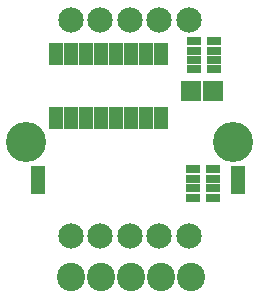
<source format=gbr>
%FSLAX34Y34*%
%MOMM*%
%LNSOLDERMASK_BOTTOM*%
G71*
G01*
%ADD10C, 2.150*%
%ADD11C, 3.400*%
%ADD12R, 1.160X1.900*%
%ADD13R, 1.700X1.800*%
%ADD14R, 1.300X0.800*%
%ADD15C, 2.400*%
%ADD16R, 1.300X1.300*%
%LPD*%
X164550Y-209600D02*
G54D10*
D03*
X139550Y-209600D02*
G54D10*
D03*
X114550Y-209600D02*
G54D10*
D03*
X89550Y-209600D02*
G54D10*
D03*
X64550Y-209600D02*
G54D10*
D03*
X64550Y-26600D02*
G54D10*
D03*
X89550Y-26600D02*
G54D10*
D03*
X114550Y-26600D02*
G54D10*
D03*
X139550Y-26600D02*
G54D10*
D03*
X164550Y-26600D02*
G54D10*
D03*
X27050Y-129600D02*
G54D11*
D03*
X202050Y-129600D02*
G54D11*
D03*
X140737Y-109588D02*
G54D12*
D03*
X128037Y-109588D02*
G54D12*
D03*
X115337Y-109588D02*
G54D12*
D03*
X102637Y-109588D02*
G54D12*
D03*
X140737Y-55588D02*
G54D12*
D03*
X128037Y-55588D02*
G54D12*
D03*
X115337Y-55588D02*
G54D12*
D03*
X102638Y-55588D02*
G54D12*
D03*
X89938Y-109588D02*
G54D12*
D03*
X77237Y-109588D02*
G54D12*
D03*
X64537Y-109588D02*
G54D12*
D03*
X89937Y-55588D02*
G54D12*
D03*
X77238Y-55588D02*
G54D12*
D03*
X64538Y-55588D02*
G54D12*
D03*
X51837Y-109588D02*
G54D12*
D03*
X51838Y-55588D02*
G54D12*
D03*
X185147Y-87085D02*
G54D13*
D03*
X166147Y-87085D02*
G54D13*
D03*
X185851Y-44503D02*
G54D14*
D03*
X168851Y-44502D02*
G54D14*
D03*
X185851Y-52502D02*
G54D14*
D03*
X168851Y-52502D02*
G54D14*
D03*
X185851Y-60502D02*
G54D14*
D03*
X168851Y-60502D02*
G54D14*
D03*
X185851Y-68502D02*
G54D14*
D03*
X168851Y-68502D02*
G54D14*
D03*
X166138Y-244025D02*
G54D15*
D03*
X140738Y-244025D02*
G54D15*
D03*
X115338Y-244025D02*
G54D15*
D03*
X89938Y-244025D02*
G54D15*
D03*
X64538Y-244025D02*
G54D15*
D03*
X185382Y-153006D02*
G54D14*
D03*
X168383Y-153005D02*
G54D14*
D03*
X185382Y-161005D02*
G54D14*
D03*
X168383Y-161005D02*
G54D14*
D03*
X185382Y-169005D02*
G54D14*
D03*
X168383Y-169005D02*
G54D14*
D03*
X185382Y-177005D02*
G54D14*
D03*
X168383Y-177005D02*
G54D14*
D03*
X36700Y-168050D02*
G54D16*
D03*
X36600Y-155850D02*
G54D16*
D03*
X206700Y-168050D02*
G54D16*
D03*
X206600Y-155850D02*
G54D16*
D03*
M02*

</source>
